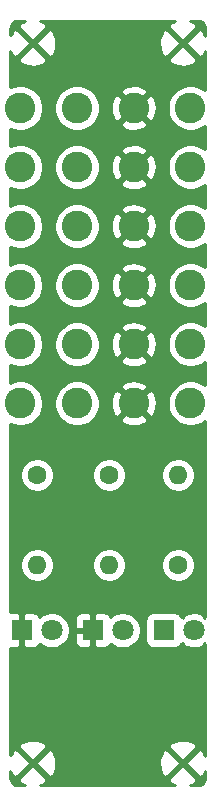
<source format=gbr>
G04 #@! TF.GenerationSoftware,KiCad,Pcbnew,(5.1.9)-1*
G04 #@! TF.CreationDate,2021-04-04T18:01:09+02:00*
G04 #@! TF.ProjectId,Power Modul Main,506f7765-7220-44d6-9f64-756c204d6169,rev?*
G04 #@! TF.SameCoordinates,Original*
G04 #@! TF.FileFunction,Copper,L1,Top*
G04 #@! TF.FilePolarity,Positive*
%FSLAX46Y46*%
G04 Gerber Fmt 4.6, Leading zero omitted, Abs format (unit mm)*
G04 Created by KiCad (PCBNEW (5.1.9)-1) date 2021-04-04 18:01:09*
%MOMM*%
%LPD*%
G01*
G04 APERTURE LIST*
G04 #@! TA.AperFunction,ComponentPad*
%ADD10C,2.600000*%
G04 #@! TD*
G04 #@! TA.AperFunction,ComponentPad*
%ADD11O,1.600000X1.600000*%
G04 #@! TD*
G04 #@! TA.AperFunction,ComponentPad*
%ADD12C,1.600000*%
G04 #@! TD*
G04 #@! TA.AperFunction,ComponentPad*
%ADD13C,1.800000*%
G04 #@! TD*
G04 #@! TA.AperFunction,ComponentPad*
%ADD14R,1.800000X1.800000*%
G04 #@! TD*
G04 #@! TA.AperFunction,Conductor*
%ADD15C,0.254000*%
G04 #@! TD*
G04 #@! TA.AperFunction,Conductor*
%ADD16C,0.100000*%
G04 #@! TD*
G04 APERTURE END LIST*
D10*
G04 #@! TO.P,J12,1*
G04 #@! TO.N,-12V*
X15900000Y-33040000D03*
X15900000Y-28040000D03*
G04 #@! TD*
G04 #@! TO.P,J11,1*
G04 #@! TO.N,GND*
X11100000Y-33040000D03*
X11100000Y-28040000D03*
G04 #@! TD*
G04 #@! TO.P,J10,1*
G04 #@! TO.N,+5V*
X6300000Y-33040000D03*
X6300000Y-28040000D03*
G04 #@! TD*
G04 #@! TO.P,J9,1*
G04 #@! TO.N,+12V*
X1500000Y-33040000D03*
X1500000Y-28040000D03*
G04 #@! TD*
D11*
G04 #@! TO.P,R3,2*
G04 #@! TO.N,-12V*
X14859000Y-39116000D03*
D12*
G04 #@! TO.P,R3,1*
G04 #@! TO.N,Net-(D3-Pad1)*
X14859000Y-46736000D03*
G04 #@! TD*
D11*
G04 #@! TO.P,R2,2*
G04 #@! TO.N,Net-(D2-Pad2)*
X9017000Y-46736000D03*
D12*
G04 #@! TO.P,R2,1*
G04 #@! TO.N,+5V*
X9017000Y-39116000D03*
G04 #@! TD*
D11*
G04 #@! TO.P,R1,2*
G04 #@! TO.N,Net-(D1-Pad2)*
X2921000Y-46736000D03*
D12*
G04 #@! TO.P,R1,1*
G04 #@! TO.N,+12V*
X2921000Y-39116000D03*
G04 #@! TD*
D10*
G04 #@! TO.P,J8,1*
G04 #@! TO.N,-12V*
X15900000Y-23040000D03*
X15900000Y-18040000D03*
G04 #@! TD*
G04 #@! TO.P,J7,1*
G04 #@! TO.N,GND*
X11100000Y-23040000D03*
X11100000Y-18040000D03*
G04 #@! TD*
G04 #@! TO.P,J6,1*
G04 #@! TO.N,+5V*
X6300000Y-23040000D03*
X6300000Y-18040000D03*
G04 #@! TD*
G04 #@! TO.P,J5,1*
G04 #@! TO.N,+12V*
X1500000Y-23040000D03*
X1500000Y-18040000D03*
G04 #@! TD*
G04 #@! TO.P,J4,1*
G04 #@! TO.N,-12V*
X15900000Y-8040000D03*
X15900000Y-13040000D03*
G04 #@! TD*
G04 #@! TO.P,J3,1*
G04 #@! TO.N,GND*
X11100000Y-8040000D03*
X11100000Y-13040000D03*
G04 #@! TD*
G04 #@! TO.P,J2,1*
G04 #@! TO.N,+5V*
X6300000Y-8040000D03*
X6300000Y-13040000D03*
G04 #@! TD*
G04 #@! TO.P,J1,1*
G04 #@! TO.N,+12V*
X1500000Y-8040000D03*
X1500000Y-13040000D03*
G04 #@! TD*
D13*
G04 #@! TO.P,D3,2*
G04 #@! TO.N,GND*
X16160000Y-52250000D03*
D14*
G04 #@! TO.P,D3,1*
G04 #@! TO.N,Net-(D3-Pad1)*
X13620000Y-52250000D03*
G04 #@! TD*
D13*
G04 #@! TO.P,D2,2*
G04 #@! TO.N,Net-(D2-Pad2)*
X10160000Y-52250000D03*
D14*
G04 #@! TO.P,D2,1*
G04 #@! TO.N,GND*
X7620000Y-52250000D03*
G04 #@! TD*
D13*
G04 #@! TO.P,D1,2*
G04 #@! TO.N,Net-(D1-Pad2)*
X4160000Y-52250000D03*
D14*
G04 #@! TO.P,D1,1*
G04 #@! TO.N,GND*
X1620000Y-52250000D03*
G04 #@! TD*
D15*
G04 #@! TO.N,GND*
X1731884Y-716432D02*
X1472724Y-854956D01*
X1334767Y-1155162D01*
X2540000Y-2360395D01*
X3745233Y-1155162D01*
X3607276Y-854956D01*
X3258033Y-679118D01*
X3188976Y-660000D01*
X14602763Y-660000D01*
X14431884Y-716432D01*
X14172724Y-854956D01*
X14034767Y-1155162D01*
X15240000Y-2360395D01*
X16445233Y-1155162D01*
X16307276Y-854956D01*
X15958033Y-679118D01*
X15888976Y-660000D01*
X16477721Y-660000D01*
X16627869Y-674722D01*
X16741246Y-708953D01*
X16845819Y-764555D01*
X16937596Y-839407D01*
X17013091Y-930664D01*
X17069419Y-1034844D01*
X17104440Y-1147976D01*
X17120001Y-1296031D01*
X17120001Y-1902766D01*
X17063568Y-1731884D01*
X16925044Y-1472724D01*
X16624838Y-1334767D01*
X15419605Y-2540000D01*
X16624838Y-3745233D01*
X16925044Y-3607276D01*
X17100882Y-3258033D01*
X17120001Y-3188973D01*
X17120001Y-6527973D01*
X16816566Y-6325225D01*
X16464419Y-6179361D01*
X16090581Y-6105000D01*
X15709419Y-6105000D01*
X15335581Y-6179361D01*
X14983434Y-6325225D01*
X14666509Y-6536987D01*
X14396987Y-6806509D01*
X14185225Y-7123434D01*
X14039361Y-7475581D01*
X13965000Y-7849419D01*
X13965000Y-8230581D01*
X14039361Y-8604419D01*
X14185225Y-8956566D01*
X14396987Y-9273491D01*
X14666509Y-9543013D01*
X14983434Y-9754775D01*
X15335581Y-9900639D01*
X15709419Y-9975000D01*
X16090581Y-9975000D01*
X16464419Y-9900639D01*
X16816566Y-9754775D01*
X17120001Y-9552027D01*
X17120001Y-11527973D01*
X16816566Y-11325225D01*
X16464419Y-11179361D01*
X16090581Y-11105000D01*
X15709419Y-11105000D01*
X15335581Y-11179361D01*
X14983434Y-11325225D01*
X14666509Y-11536987D01*
X14396987Y-11806509D01*
X14185225Y-12123434D01*
X14039361Y-12475581D01*
X13965000Y-12849419D01*
X13965000Y-13230581D01*
X14039361Y-13604419D01*
X14185225Y-13956566D01*
X14396987Y-14273491D01*
X14666509Y-14543013D01*
X14983434Y-14754775D01*
X15335581Y-14900639D01*
X15709419Y-14975000D01*
X16090581Y-14975000D01*
X16464419Y-14900639D01*
X16816566Y-14754775D01*
X17120001Y-14552027D01*
X17120001Y-16527973D01*
X16816566Y-16325225D01*
X16464419Y-16179361D01*
X16090581Y-16105000D01*
X15709419Y-16105000D01*
X15335581Y-16179361D01*
X14983434Y-16325225D01*
X14666509Y-16536987D01*
X14396987Y-16806509D01*
X14185225Y-17123434D01*
X14039361Y-17475581D01*
X13965000Y-17849419D01*
X13965000Y-18230581D01*
X14039361Y-18604419D01*
X14185225Y-18956566D01*
X14396987Y-19273491D01*
X14666509Y-19543013D01*
X14983434Y-19754775D01*
X15335581Y-19900639D01*
X15709419Y-19975000D01*
X16090581Y-19975000D01*
X16464419Y-19900639D01*
X16816566Y-19754775D01*
X17120001Y-19552027D01*
X17120001Y-21527973D01*
X16816566Y-21325225D01*
X16464419Y-21179361D01*
X16090581Y-21105000D01*
X15709419Y-21105000D01*
X15335581Y-21179361D01*
X14983434Y-21325225D01*
X14666509Y-21536987D01*
X14396987Y-21806509D01*
X14185225Y-22123434D01*
X14039361Y-22475581D01*
X13965000Y-22849419D01*
X13965000Y-23230581D01*
X14039361Y-23604419D01*
X14185225Y-23956566D01*
X14396987Y-24273491D01*
X14666509Y-24543013D01*
X14983434Y-24754775D01*
X15335581Y-24900639D01*
X15709419Y-24975000D01*
X16090581Y-24975000D01*
X16464419Y-24900639D01*
X16816566Y-24754775D01*
X17120001Y-24552027D01*
X17120001Y-26527973D01*
X16816566Y-26325225D01*
X16464419Y-26179361D01*
X16090581Y-26105000D01*
X15709419Y-26105000D01*
X15335581Y-26179361D01*
X14983434Y-26325225D01*
X14666509Y-26536987D01*
X14396987Y-26806509D01*
X14185225Y-27123434D01*
X14039361Y-27475581D01*
X13965000Y-27849419D01*
X13965000Y-28230581D01*
X14039361Y-28604419D01*
X14185225Y-28956566D01*
X14396987Y-29273491D01*
X14666509Y-29543013D01*
X14983434Y-29754775D01*
X15335581Y-29900639D01*
X15709419Y-29975000D01*
X16090581Y-29975000D01*
X16464419Y-29900639D01*
X16816566Y-29754775D01*
X17120001Y-29552027D01*
X17120001Y-31527973D01*
X16816566Y-31325225D01*
X16464419Y-31179361D01*
X16090581Y-31105000D01*
X15709419Y-31105000D01*
X15335581Y-31179361D01*
X14983434Y-31325225D01*
X14666509Y-31536987D01*
X14396987Y-31806509D01*
X14185225Y-32123434D01*
X14039361Y-32475581D01*
X13965000Y-32849419D01*
X13965000Y-33230581D01*
X14039361Y-33604419D01*
X14185225Y-33956566D01*
X14396987Y-34273491D01*
X14666509Y-34543013D01*
X14983434Y-34754775D01*
X15335581Y-34900639D01*
X15709419Y-34975000D01*
X16090581Y-34975000D01*
X16464419Y-34900639D01*
X16816566Y-34754775D01*
X17120000Y-34552027D01*
X17120000Y-51110392D01*
X17044474Y-51185918D01*
X16960792Y-50931739D01*
X16688225Y-50800842D01*
X16395358Y-50725635D01*
X16093447Y-50709009D01*
X15794093Y-50751603D01*
X15508801Y-50851778D01*
X15359208Y-50931739D01*
X15275526Y-51185918D01*
X15159578Y-51069970D01*
X15112813Y-51116735D01*
X15109502Y-51105820D01*
X15050537Y-50995506D01*
X14971185Y-50898815D01*
X14874494Y-50819463D01*
X14764180Y-50760498D01*
X14644482Y-50724188D01*
X14520000Y-50711928D01*
X12720000Y-50711928D01*
X12595518Y-50724188D01*
X12475820Y-50760498D01*
X12365506Y-50819463D01*
X12268815Y-50898815D01*
X12189463Y-50995506D01*
X12130498Y-51105820D01*
X12094188Y-51225518D01*
X12081928Y-51350000D01*
X12081928Y-53150000D01*
X12094188Y-53274482D01*
X12130498Y-53394180D01*
X12189463Y-53504494D01*
X12268815Y-53601185D01*
X12365506Y-53680537D01*
X12475820Y-53739502D01*
X12595518Y-53775812D01*
X12720000Y-53788072D01*
X14520000Y-53788072D01*
X14644482Y-53775812D01*
X14764180Y-53739502D01*
X14874494Y-53680537D01*
X14971185Y-53601185D01*
X15050537Y-53504494D01*
X15109502Y-53394180D01*
X15112813Y-53383265D01*
X15159578Y-53430030D01*
X15275526Y-53314082D01*
X15359208Y-53568261D01*
X15631775Y-53699158D01*
X15924642Y-53774365D01*
X16226553Y-53790991D01*
X16525907Y-53748397D01*
X16811199Y-53648222D01*
X16960792Y-53568261D01*
X17044474Y-53314082D01*
X17120000Y-53389608D01*
X17120000Y-62862763D01*
X17063568Y-62691884D01*
X16925044Y-62432724D01*
X16624838Y-62294767D01*
X15419605Y-63500000D01*
X16624838Y-64705233D01*
X16925044Y-64567276D01*
X17100882Y-64218033D01*
X17120000Y-64148976D01*
X17120000Y-64737721D01*
X17105278Y-64887869D01*
X17071047Y-65001246D01*
X17015446Y-65105817D01*
X16940594Y-65197595D01*
X16849335Y-65273091D01*
X16745160Y-65329419D01*
X16632024Y-65364440D01*
X16483979Y-65380000D01*
X15877237Y-65380000D01*
X16048116Y-65323568D01*
X16307276Y-65185044D01*
X16445233Y-64884838D01*
X15240000Y-63679605D01*
X14034767Y-64884838D01*
X14172724Y-65185044D01*
X14521967Y-65360882D01*
X14591024Y-65380000D01*
X3177237Y-65380000D01*
X3348116Y-65323568D01*
X3607276Y-65185044D01*
X3745233Y-64884838D01*
X2540000Y-63679605D01*
X1334767Y-64884838D01*
X1472724Y-65185044D01*
X1821967Y-65360882D01*
X1891024Y-65380000D01*
X1302279Y-65380000D01*
X1152131Y-65365278D01*
X1038754Y-65331047D01*
X934183Y-65275446D01*
X842405Y-65200594D01*
X766909Y-65109335D01*
X710581Y-65005160D01*
X675560Y-64892024D01*
X660000Y-64743979D01*
X660000Y-64137237D01*
X716432Y-64308116D01*
X854956Y-64567276D01*
X1155162Y-64705233D01*
X2360395Y-63500000D01*
X2719605Y-63500000D01*
X3924838Y-64705233D01*
X4225044Y-64567276D01*
X4400882Y-64218033D01*
X4505207Y-63841196D01*
X4526807Y-63548753D01*
X13245991Y-63548753D01*
X13293816Y-63936828D01*
X13416432Y-64308116D01*
X13554956Y-64567276D01*
X13855162Y-64705233D01*
X15060395Y-63500000D01*
X13855162Y-62294767D01*
X13554956Y-62432724D01*
X13379118Y-62781967D01*
X13274793Y-63158804D01*
X13245991Y-63548753D01*
X4526807Y-63548753D01*
X4534009Y-63451247D01*
X4486184Y-63063172D01*
X4363568Y-62691884D01*
X4225044Y-62432724D01*
X3924838Y-62294767D01*
X2719605Y-63500000D01*
X2360395Y-63500000D01*
X1155162Y-62294767D01*
X854956Y-62432724D01*
X679118Y-62781967D01*
X660000Y-62851024D01*
X660000Y-62115162D01*
X1334767Y-62115162D01*
X2540000Y-63320395D01*
X3745233Y-62115162D01*
X14034767Y-62115162D01*
X15240000Y-63320395D01*
X16445233Y-62115162D01*
X16307276Y-61814956D01*
X15958033Y-61639118D01*
X15581196Y-61534793D01*
X15191247Y-61505991D01*
X14803172Y-61553816D01*
X14431884Y-61676432D01*
X14172724Y-61814956D01*
X14034767Y-62115162D01*
X3745233Y-62115162D01*
X3607276Y-61814956D01*
X3258033Y-61639118D01*
X2881196Y-61534793D01*
X2491247Y-61505991D01*
X2103172Y-61553816D01*
X1731884Y-61676432D01*
X1472724Y-61814956D01*
X1334767Y-62115162D01*
X660000Y-62115162D01*
X660000Y-53782163D01*
X720000Y-53788072D01*
X1334250Y-53785000D01*
X1493000Y-53626250D01*
X1493000Y-52377000D01*
X1473000Y-52377000D01*
X1473000Y-52123000D01*
X1493000Y-52123000D01*
X1493000Y-50873750D01*
X1747000Y-50873750D01*
X1747000Y-52123000D01*
X1767000Y-52123000D01*
X1767000Y-52377000D01*
X1747000Y-52377000D01*
X1747000Y-53626250D01*
X1905750Y-53785000D01*
X2520000Y-53788072D01*
X2644482Y-53775812D01*
X2764180Y-53739502D01*
X2874494Y-53680537D01*
X2971185Y-53601185D01*
X3050537Y-53504494D01*
X3109502Y-53394180D01*
X3115056Y-53375873D01*
X3181495Y-53442312D01*
X3432905Y-53610299D01*
X3712257Y-53726011D01*
X4008816Y-53785000D01*
X4311184Y-53785000D01*
X4607743Y-53726011D01*
X4887095Y-53610299D01*
X5138505Y-53442312D01*
X5352312Y-53228505D01*
X5404767Y-53150000D01*
X6081928Y-53150000D01*
X6094188Y-53274482D01*
X6130498Y-53394180D01*
X6189463Y-53504494D01*
X6268815Y-53601185D01*
X6365506Y-53680537D01*
X6475820Y-53739502D01*
X6595518Y-53775812D01*
X6720000Y-53788072D01*
X7334250Y-53785000D01*
X7493000Y-53626250D01*
X7493000Y-52377000D01*
X6243750Y-52377000D01*
X6085000Y-52535750D01*
X6081928Y-53150000D01*
X5404767Y-53150000D01*
X5520299Y-52977095D01*
X5636011Y-52697743D01*
X5695000Y-52401184D01*
X5695000Y-52098816D01*
X5636011Y-51802257D01*
X5520299Y-51522905D01*
X5404768Y-51350000D01*
X6081928Y-51350000D01*
X6085000Y-51964250D01*
X6243750Y-52123000D01*
X7493000Y-52123000D01*
X7493000Y-50873750D01*
X7747000Y-50873750D01*
X7747000Y-52123000D01*
X7767000Y-52123000D01*
X7767000Y-52377000D01*
X7747000Y-52377000D01*
X7747000Y-53626250D01*
X7905750Y-53785000D01*
X8520000Y-53788072D01*
X8644482Y-53775812D01*
X8764180Y-53739502D01*
X8874494Y-53680537D01*
X8971185Y-53601185D01*
X9050537Y-53504494D01*
X9109502Y-53394180D01*
X9115056Y-53375873D01*
X9181495Y-53442312D01*
X9432905Y-53610299D01*
X9712257Y-53726011D01*
X10008816Y-53785000D01*
X10311184Y-53785000D01*
X10607743Y-53726011D01*
X10887095Y-53610299D01*
X11138505Y-53442312D01*
X11352312Y-53228505D01*
X11520299Y-52977095D01*
X11636011Y-52697743D01*
X11695000Y-52401184D01*
X11695000Y-52098816D01*
X11636011Y-51802257D01*
X11520299Y-51522905D01*
X11352312Y-51271495D01*
X11138505Y-51057688D01*
X10887095Y-50889701D01*
X10607743Y-50773989D01*
X10311184Y-50715000D01*
X10008816Y-50715000D01*
X9712257Y-50773989D01*
X9432905Y-50889701D01*
X9181495Y-51057688D01*
X9115056Y-51124127D01*
X9109502Y-51105820D01*
X9050537Y-50995506D01*
X8971185Y-50898815D01*
X8874494Y-50819463D01*
X8764180Y-50760498D01*
X8644482Y-50724188D01*
X8520000Y-50711928D01*
X7905750Y-50715000D01*
X7747000Y-50873750D01*
X7493000Y-50873750D01*
X7334250Y-50715000D01*
X6720000Y-50711928D01*
X6595518Y-50724188D01*
X6475820Y-50760498D01*
X6365506Y-50819463D01*
X6268815Y-50898815D01*
X6189463Y-50995506D01*
X6130498Y-51105820D01*
X6094188Y-51225518D01*
X6081928Y-51350000D01*
X5404768Y-51350000D01*
X5352312Y-51271495D01*
X5138505Y-51057688D01*
X4887095Y-50889701D01*
X4607743Y-50773989D01*
X4311184Y-50715000D01*
X4008816Y-50715000D01*
X3712257Y-50773989D01*
X3432905Y-50889701D01*
X3181495Y-51057688D01*
X3115056Y-51124127D01*
X3109502Y-51105820D01*
X3050537Y-50995506D01*
X2971185Y-50898815D01*
X2874494Y-50819463D01*
X2764180Y-50760498D01*
X2644482Y-50724188D01*
X2520000Y-50711928D01*
X1905750Y-50715000D01*
X1747000Y-50873750D01*
X1493000Y-50873750D01*
X1334250Y-50715000D01*
X720000Y-50711928D01*
X660000Y-50717837D01*
X660000Y-46594665D01*
X1486000Y-46594665D01*
X1486000Y-46877335D01*
X1541147Y-47154574D01*
X1649320Y-47415727D01*
X1806363Y-47650759D01*
X2006241Y-47850637D01*
X2241273Y-48007680D01*
X2502426Y-48115853D01*
X2779665Y-48171000D01*
X3062335Y-48171000D01*
X3339574Y-48115853D01*
X3600727Y-48007680D01*
X3835759Y-47850637D01*
X4035637Y-47650759D01*
X4192680Y-47415727D01*
X4300853Y-47154574D01*
X4356000Y-46877335D01*
X4356000Y-46594665D01*
X7582000Y-46594665D01*
X7582000Y-46877335D01*
X7637147Y-47154574D01*
X7745320Y-47415727D01*
X7902363Y-47650759D01*
X8102241Y-47850637D01*
X8337273Y-48007680D01*
X8598426Y-48115853D01*
X8875665Y-48171000D01*
X9158335Y-48171000D01*
X9435574Y-48115853D01*
X9696727Y-48007680D01*
X9931759Y-47850637D01*
X10131637Y-47650759D01*
X10288680Y-47415727D01*
X10396853Y-47154574D01*
X10452000Y-46877335D01*
X10452000Y-46594665D01*
X13424000Y-46594665D01*
X13424000Y-46877335D01*
X13479147Y-47154574D01*
X13587320Y-47415727D01*
X13744363Y-47650759D01*
X13944241Y-47850637D01*
X14179273Y-48007680D01*
X14440426Y-48115853D01*
X14717665Y-48171000D01*
X15000335Y-48171000D01*
X15277574Y-48115853D01*
X15538727Y-48007680D01*
X15773759Y-47850637D01*
X15973637Y-47650759D01*
X16130680Y-47415727D01*
X16238853Y-47154574D01*
X16294000Y-46877335D01*
X16294000Y-46594665D01*
X16238853Y-46317426D01*
X16130680Y-46056273D01*
X15973637Y-45821241D01*
X15773759Y-45621363D01*
X15538727Y-45464320D01*
X15277574Y-45356147D01*
X15000335Y-45301000D01*
X14717665Y-45301000D01*
X14440426Y-45356147D01*
X14179273Y-45464320D01*
X13944241Y-45621363D01*
X13744363Y-45821241D01*
X13587320Y-46056273D01*
X13479147Y-46317426D01*
X13424000Y-46594665D01*
X10452000Y-46594665D01*
X10396853Y-46317426D01*
X10288680Y-46056273D01*
X10131637Y-45821241D01*
X9931759Y-45621363D01*
X9696727Y-45464320D01*
X9435574Y-45356147D01*
X9158335Y-45301000D01*
X8875665Y-45301000D01*
X8598426Y-45356147D01*
X8337273Y-45464320D01*
X8102241Y-45621363D01*
X7902363Y-45821241D01*
X7745320Y-46056273D01*
X7637147Y-46317426D01*
X7582000Y-46594665D01*
X4356000Y-46594665D01*
X4300853Y-46317426D01*
X4192680Y-46056273D01*
X4035637Y-45821241D01*
X3835759Y-45621363D01*
X3600727Y-45464320D01*
X3339574Y-45356147D01*
X3062335Y-45301000D01*
X2779665Y-45301000D01*
X2502426Y-45356147D01*
X2241273Y-45464320D01*
X2006241Y-45621363D01*
X1806363Y-45821241D01*
X1649320Y-46056273D01*
X1541147Y-46317426D01*
X1486000Y-46594665D01*
X660000Y-46594665D01*
X660000Y-38974665D01*
X1486000Y-38974665D01*
X1486000Y-39257335D01*
X1541147Y-39534574D01*
X1649320Y-39795727D01*
X1806363Y-40030759D01*
X2006241Y-40230637D01*
X2241273Y-40387680D01*
X2502426Y-40495853D01*
X2779665Y-40551000D01*
X3062335Y-40551000D01*
X3339574Y-40495853D01*
X3600727Y-40387680D01*
X3835759Y-40230637D01*
X4035637Y-40030759D01*
X4192680Y-39795727D01*
X4300853Y-39534574D01*
X4356000Y-39257335D01*
X4356000Y-38974665D01*
X7582000Y-38974665D01*
X7582000Y-39257335D01*
X7637147Y-39534574D01*
X7745320Y-39795727D01*
X7902363Y-40030759D01*
X8102241Y-40230637D01*
X8337273Y-40387680D01*
X8598426Y-40495853D01*
X8875665Y-40551000D01*
X9158335Y-40551000D01*
X9435574Y-40495853D01*
X9696727Y-40387680D01*
X9931759Y-40230637D01*
X10131637Y-40030759D01*
X10288680Y-39795727D01*
X10396853Y-39534574D01*
X10452000Y-39257335D01*
X10452000Y-38974665D01*
X13424000Y-38974665D01*
X13424000Y-39257335D01*
X13479147Y-39534574D01*
X13587320Y-39795727D01*
X13744363Y-40030759D01*
X13944241Y-40230637D01*
X14179273Y-40387680D01*
X14440426Y-40495853D01*
X14717665Y-40551000D01*
X15000335Y-40551000D01*
X15277574Y-40495853D01*
X15538727Y-40387680D01*
X15773759Y-40230637D01*
X15973637Y-40030759D01*
X16130680Y-39795727D01*
X16238853Y-39534574D01*
X16294000Y-39257335D01*
X16294000Y-38974665D01*
X16238853Y-38697426D01*
X16130680Y-38436273D01*
X15973637Y-38201241D01*
X15773759Y-38001363D01*
X15538727Y-37844320D01*
X15277574Y-37736147D01*
X15000335Y-37681000D01*
X14717665Y-37681000D01*
X14440426Y-37736147D01*
X14179273Y-37844320D01*
X13944241Y-38001363D01*
X13744363Y-38201241D01*
X13587320Y-38436273D01*
X13479147Y-38697426D01*
X13424000Y-38974665D01*
X10452000Y-38974665D01*
X10396853Y-38697426D01*
X10288680Y-38436273D01*
X10131637Y-38201241D01*
X9931759Y-38001363D01*
X9696727Y-37844320D01*
X9435574Y-37736147D01*
X9158335Y-37681000D01*
X8875665Y-37681000D01*
X8598426Y-37736147D01*
X8337273Y-37844320D01*
X8102241Y-38001363D01*
X7902363Y-38201241D01*
X7745320Y-38436273D01*
X7637147Y-38697426D01*
X7582000Y-38974665D01*
X4356000Y-38974665D01*
X4300853Y-38697426D01*
X4192680Y-38436273D01*
X4035637Y-38201241D01*
X3835759Y-38001363D01*
X3600727Y-37844320D01*
X3339574Y-37736147D01*
X3062335Y-37681000D01*
X2779665Y-37681000D01*
X2502426Y-37736147D01*
X2241273Y-37844320D01*
X2006241Y-38001363D01*
X1806363Y-38201241D01*
X1649320Y-38436273D01*
X1541147Y-38697426D01*
X1486000Y-38974665D01*
X660000Y-38974665D01*
X660000Y-34786490D01*
X935581Y-34900639D01*
X1309419Y-34975000D01*
X1690581Y-34975000D01*
X2064419Y-34900639D01*
X2416566Y-34754775D01*
X2733491Y-34543013D01*
X3003013Y-34273491D01*
X3214775Y-33956566D01*
X3360639Y-33604419D01*
X3435000Y-33230581D01*
X3435000Y-32849419D01*
X4365000Y-32849419D01*
X4365000Y-33230581D01*
X4439361Y-33604419D01*
X4585225Y-33956566D01*
X4796987Y-34273491D01*
X5066509Y-34543013D01*
X5383434Y-34754775D01*
X5735581Y-34900639D01*
X6109419Y-34975000D01*
X6490581Y-34975000D01*
X6864419Y-34900639D01*
X7216566Y-34754775D01*
X7533491Y-34543013D01*
X7687280Y-34389224D01*
X9930381Y-34389224D01*
X10062317Y-34684312D01*
X10403045Y-34855159D01*
X10770557Y-34956250D01*
X11150729Y-34983701D01*
X11528951Y-34936457D01*
X11890690Y-34816333D01*
X12137683Y-34684312D01*
X12269619Y-34389224D01*
X11100000Y-33219605D01*
X9930381Y-34389224D01*
X7687280Y-34389224D01*
X7803013Y-34273491D01*
X8014775Y-33956566D01*
X8160639Y-33604419D01*
X8235000Y-33230581D01*
X8235000Y-33090729D01*
X9156299Y-33090729D01*
X9203543Y-33468951D01*
X9323667Y-33830690D01*
X9455688Y-34077683D01*
X9750776Y-34209619D01*
X10920395Y-33040000D01*
X11279605Y-33040000D01*
X12449224Y-34209619D01*
X12744312Y-34077683D01*
X12915159Y-33736955D01*
X13016250Y-33369443D01*
X13043701Y-32989271D01*
X12996457Y-32611049D01*
X12876333Y-32249310D01*
X12744312Y-32002317D01*
X12449224Y-31870381D01*
X11279605Y-33040000D01*
X10920395Y-33040000D01*
X9750776Y-31870381D01*
X9455688Y-32002317D01*
X9284841Y-32343045D01*
X9183750Y-32710557D01*
X9156299Y-33090729D01*
X8235000Y-33090729D01*
X8235000Y-32849419D01*
X8160639Y-32475581D01*
X8014775Y-32123434D01*
X7803013Y-31806509D01*
X7687280Y-31690776D01*
X9930381Y-31690776D01*
X11100000Y-32860395D01*
X12269619Y-31690776D01*
X12137683Y-31395688D01*
X11796955Y-31224841D01*
X11429443Y-31123750D01*
X11049271Y-31096299D01*
X10671049Y-31143543D01*
X10309310Y-31263667D01*
X10062317Y-31395688D01*
X9930381Y-31690776D01*
X7687280Y-31690776D01*
X7533491Y-31536987D01*
X7216566Y-31325225D01*
X6864419Y-31179361D01*
X6490581Y-31105000D01*
X6109419Y-31105000D01*
X5735581Y-31179361D01*
X5383434Y-31325225D01*
X5066509Y-31536987D01*
X4796987Y-31806509D01*
X4585225Y-32123434D01*
X4439361Y-32475581D01*
X4365000Y-32849419D01*
X3435000Y-32849419D01*
X3360639Y-32475581D01*
X3214775Y-32123434D01*
X3003013Y-31806509D01*
X2733491Y-31536987D01*
X2416566Y-31325225D01*
X2064419Y-31179361D01*
X1690581Y-31105000D01*
X1309419Y-31105000D01*
X935581Y-31179361D01*
X660000Y-31293510D01*
X660000Y-29786490D01*
X935581Y-29900639D01*
X1309419Y-29975000D01*
X1690581Y-29975000D01*
X2064419Y-29900639D01*
X2416566Y-29754775D01*
X2733491Y-29543013D01*
X3003013Y-29273491D01*
X3214775Y-28956566D01*
X3360639Y-28604419D01*
X3435000Y-28230581D01*
X3435000Y-27849419D01*
X4365000Y-27849419D01*
X4365000Y-28230581D01*
X4439361Y-28604419D01*
X4585225Y-28956566D01*
X4796987Y-29273491D01*
X5066509Y-29543013D01*
X5383434Y-29754775D01*
X5735581Y-29900639D01*
X6109419Y-29975000D01*
X6490581Y-29975000D01*
X6864419Y-29900639D01*
X7216566Y-29754775D01*
X7533491Y-29543013D01*
X7687280Y-29389224D01*
X9930381Y-29389224D01*
X10062317Y-29684312D01*
X10403045Y-29855159D01*
X10770557Y-29956250D01*
X11150729Y-29983701D01*
X11528951Y-29936457D01*
X11890690Y-29816333D01*
X12137683Y-29684312D01*
X12269619Y-29389224D01*
X11100000Y-28219605D01*
X9930381Y-29389224D01*
X7687280Y-29389224D01*
X7803013Y-29273491D01*
X8014775Y-28956566D01*
X8160639Y-28604419D01*
X8235000Y-28230581D01*
X8235000Y-28090729D01*
X9156299Y-28090729D01*
X9203543Y-28468951D01*
X9323667Y-28830690D01*
X9455688Y-29077683D01*
X9750776Y-29209619D01*
X10920395Y-28040000D01*
X11279605Y-28040000D01*
X12449224Y-29209619D01*
X12744312Y-29077683D01*
X12915159Y-28736955D01*
X13016250Y-28369443D01*
X13043701Y-27989271D01*
X12996457Y-27611049D01*
X12876333Y-27249310D01*
X12744312Y-27002317D01*
X12449224Y-26870381D01*
X11279605Y-28040000D01*
X10920395Y-28040000D01*
X9750776Y-26870381D01*
X9455688Y-27002317D01*
X9284841Y-27343045D01*
X9183750Y-27710557D01*
X9156299Y-28090729D01*
X8235000Y-28090729D01*
X8235000Y-27849419D01*
X8160639Y-27475581D01*
X8014775Y-27123434D01*
X7803013Y-26806509D01*
X7687280Y-26690776D01*
X9930381Y-26690776D01*
X11100000Y-27860395D01*
X12269619Y-26690776D01*
X12137683Y-26395688D01*
X11796955Y-26224841D01*
X11429443Y-26123750D01*
X11049271Y-26096299D01*
X10671049Y-26143543D01*
X10309310Y-26263667D01*
X10062317Y-26395688D01*
X9930381Y-26690776D01*
X7687280Y-26690776D01*
X7533491Y-26536987D01*
X7216566Y-26325225D01*
X6864419Y-26179361D01*
X6490581Y-26105000D01*
X6109419Y-26105000D01*
X5735581Y-26179361D01*
X5383434Y-26325225D01*
X5066509Y-26536987D01*
X4796987Y-26806509D01*
X4585225Y-27123434D01*
X4439361Y-27475581D01*
X4365000Y-27849419D01*
X3435000Y-27849419D01*
X3360639Y-27475581D01*
X3214775Y-27123434D01*
X3003013Y-26806509D01*
X2733491Y-26536987D01*
X2416566Y-26325225D01*
X2064419Y-26179361D01*
X1690581Y-26105000D01*
X1309419Y-26105000D01*
X935581Y-26179361D01*
X660000Y-26293510D01*
X660000Y-24786490D01*
X935581Y-24900639D01*
X1309419Y-24975000D01*
X1690581Y-24975000D01*
X2064419Y-24900639D01*
X2416566Y-24754775D01*
X2733491Y-24543013D01*
X3003013Y-24273491D01*
X3214775Y-23956566D01*
X3360639Y-23604419D01*
X3435000Y-23230581D01*
X3435000Y-22849419D01*
X4365000Y-22849419D01*
X4365000Y-23230581D01*
X4439361Y-23604419D01*
X4585225Y-23956566D01*
X4796987Y-24273491D01*
X5066509Y-24543013D01*
X5383434Y-24754775D01*
X5735581Y-24900639D01*
X6109419Y-24975000D01*
X6490581Y-24975000D01*
X6864419Y-24900639D01*
X7216566Y-24754775D01*
X7533491Y-24543013D01*
X7687280Y-24389224D01*
X9930381Y-24389224D01*
X10062317Y-24684312D01*
X10403045Y-24855159D01*
X10770557Y-24956250D01*
X11150729Y-24983701D01*
X11528951Y-24936457D01*
X11890690Y-24816333D01*
X12137683Y-24684312D01*
X12269619Y-24389224D01*
X11100000Y-23219605D01*
X9930381Y-24389224D01*
X7687280Y-24389224D01*
X7803013Y-24273491D01*
X8014775Y-23956566D01*
X8160639Y-23604419D01*
X8235000Y-23230581D01*
X8235000Y-23090729D01*
X9156299Y-23090729D01*
X9203543Y-23468951D01*
X9323667Y-23830690D01*
X9455688Y-24077683D01*
X9750776Y-24209619D01*
X10920395Y-23040000D01*
X11279605Y-23040000D01*
X12449224Y-24209619D01*
X12744312Y-24077683D01*
X12915159Y-23736955D01*
X13016250Y-23369443D01*
X13043701Y-22989271D01*
X12996457Y-22611049D01*
X12876333Y-22249310D01*
X12744312Y-22002317D01*
X12449224Y-21870381D01*
X11279605Y-23040000D01*
X10920395Y-23040000D01*
X9750776Y-21870381D01*
X9455688Y-22002317D01*
X9284841Y-22343045D01*
X9183750Y-22710557D01*
X9156299Y-23090729D01*
X8235000Y-23090729D01*
X8235000Y-22849419D01*
X8160639Y-22475581D01*
X8014775Y-22123434D01*
X7803013Y-21806509D01*
X7687280Y-21690776D01*
X9930381Y-21690776D01*
X11100000Y-22860395D01*
X12269619Y-21690776D01*
X12137683Y-21395688D01*
X11796955Y-21224841D01*
X11429443Y-21123750D01*
X11049271Y-21096299D01*
X10671049Y-21143543D01*
X10309310Y-21263667D01*
X10062317Y-21395688D01*
X9930381Y-21690776D01*
X7687280Y-21690776D01*
X7533491Y-21536987D01*
X7216566Y-21325225D01*
X6864419Y-21179361D01*
X6490581Y-21105000D01*
X6109419Y-21105000D01*
X5735581Y-21179361D01*
X5383434Y-21325225D01*
X5066509Y-21536987D01*
X4796987Y-21806509D01*
X4585225Y-22123434D01*
X4439361Y-22475581D01*
X4365000Y-22849419D01*
X3435000Y-22849419D01*
X3360639Y-22475581D01*
X3214775Y-22123434D01*
X3003013Y-21806509D01*
X2733491Y-21536987D01*
X2416566Y-21325225D01*
X2064419Y-21179361D01*
X1690581Y-21105000D01*
X1309419Y-21105000D01*
X935581Y-21179361D01*
X660000Y-21293510D01*
X660000Y-19786490D01*
X935581Y-19900639D01*
X1309419Y-19975000D01*
X1690581Y-19975000D01*
X2064419Y-19900639D01*
X2416566Y-19754775D01*
X2733491Y-19543013D01*
X3003013Y-19273491D01*
X3214775Y-18956566D01*
X3360639Y-18604419D01*
X3435000Y-18230581D01*
X3435000Y-17849419D01*
X4365000Y-17849419D01*
X4365000Y-18230581D01*
X4439361Y-18604419D01*
X4585225Y-18956566D01*
X4796987Y-19273491D01*
X5066509Y-19543013D01*
X5383434Y-19754775D01*
X5735581Y-19900639D01*
X6109419Y-19975000D01*
X6490581Y-19975000D01*
X6864419Y-19900639D01*
X7216566Y-19754775D01*
X7533491Y-19543013D01*
X7687280Y-19389224D01*
X9930381Y-19389224D01*
X10062317Y-19684312D01*
X10403045Y-19855159D01*
X10770557Y-19956250D01*
X11150729Y-19983701D01*
X11528951Y-19936457D01*
X11890690Y-19816333D01*
X12137683Y-19684312D01*
X12269619Y-19389224D01*
X11100000Y-18219605D01*
X9930381Y-19389224D01*
X7687280Y-19389224D01*
X7803013Y-19273491D01*
X8014775Y-18956566D01*
X8160639Y-18604419D01*
X8235000Y-18230581D01*
X8235000Y-18090729D01*
X9156299Y-18090729D01*
X9203543Y-18468951D01*
X9323667Y-18830690D01*
X9455688Y-19077683D01*
X9750776Y-19209619D01*
X10920395Y-18040000D01*
X11279605Y-18040000D01*
X12449224Y-19209619D01*
X12744312Y-19077683D01*
X12915159Y-18736955D01*
X13016250Y-18369443D01*
X13043701Y-17989271D01*
X12996457Y-17611049D01*
X12876333Y-17249310D01*
X12744312Y-17002317D01*
X12449224Y-16870381D01*
X11279605Y-18040000D01*
X10920395Y-18040000D01*
X9750776Y-16870381D01*
X9455688Y-17002317D01*
X9284841Y-17343045D01*
X9183750Y-17710557D01*
X9156299Y-18090729D01*
X8235000Y-18090729D01*
X8235000Y-17849419D01*
X8160639Y-17475581D01*
X8014775Y-17123434D01*
X7803013Y-16806509D01*
X7687280Y-16690776D01*
X9930381Y-16690776D01*
X11100000Y-17860395D01*
X12269619Y-16690776D01*
X12137683Y-16395688D01*
X11796955Y-16224841D01*
X11429443Y-16123750D01*
X11049271Y-16096299D01*
X10671049Y-16143543D01*
X10309310Y-16263667D01*
X10062317Y-16395688D01*
X9930381Y-16690776D01*
X7687280Y-16690776D01*
X7533491Y-16536987D01*
X7216566Y-16325225D01*
X6864419Y-16179361D01*
X6490581Y-16105000D01*
X6109419Y-16105000D01*
X5735581Y-16179361D01*
X5383434Y-16325225D01*
X5066509Y-16536987D01*
X4796987Y-16806509D01*
X4585225Y-17123434D01*
X4439361Y-17475581D01*
X4365000Y-17849419D01*
X3435000Y-17849419D01*
X3360639Y-17475581D01*
X3214775Y-17123434D01*
X3003013Y-16806509D01*
X2733491Y-16536987D01*
X2416566Y-16325225D01*
X2064419Y-16179361D01*
X1690581Y-16105000D01*
X1309419Y-16105000D01*
X935581Y-16179361D01*
X660000Y-16293510D01*
X660000Y-14786490D01*
X935581Y-14900639D01*
X1309419Y-14975000D01*
X1690581Y-14975000D01*
X2064419Y-14900639D01*
X2416566Y-14754775D01*
X2733491Y-14543013D01*
X3003013Y-14273491D01*
X3214775Y-13956566D01*
X3360639Y-13604419D01*
X3435000Y-13230581D01*
X3435000Y-12849419D01*
X4365000Y-12849419D01*
X4365000Y-13230581D01*
X4439361Y-13604419D01*
X4585225Y-13956566D01*
X4796987Y-14273491D01*
X5066509Y-14543013D01*
X5383434Y-14754775D01*
X5735581Y-14900639D01*
X6109419Y-14975000D01*
X6490581Y-14975000D01*
X6864419Y-14900639D01*
X7216566Y-14754775D01*
X7533491Y-14543013D01*
X7687280Y-14389224D01*
X9930381Y-14389224D01*
X10062317Y-14684312D01*
X10403045Y-14855159D01*
X10770557Y-14956250D01*
X11150729Y-14983701D01*
X11528951Y-14936457D01*
X11890690Y-14816333D01*
X12137683Y-14684312D01*
X12269619Y-14389224D01*
X11100000Y-13219605D01*
X9930381Y-14389224D01*
X7687280Y-14389224D01*
X7803013Y-14273491D01*
X8014775Y-13956566D01*
X8160639Y-13604419D01*
X8235000Y-13230581D01*
X8235000Y-13090729D01*
X9156299Y-13090729D01*
X9203543Y-13468951D01*
X9323667Y-13830690D01*
X9455688Y-14077683D01*
X9750776Y-14209619D01*
X10920395Y-13040000D01*
X11279605Y-13040000D01*
X12449224Y-14209619D01*
X12744312Y-14077683D01*
X12915159Y-13736955D01*
X13016250Y-13369443D01*
X13043701Y-12989271D01*
X12996457Y-12611049D01*
X12876333Y-12249310D01*
X12744312Y-12002317D01*
X12449224Y-11870381D01*
X11279605Y-13040000D01*
X10920395Y-13040000D01*
X9750776Y-11870381D01*
X9455688Y-12002317D01*
X9284841Y-12343045D01*
X9183750Y-12710557D01*
X9156299Y-13090729D01*
X8235000Y-13090729D01*
X8235000Y-12849419D01*
X8160639Y-12475581D01*
X8014775Y-12123434D01*
X7803013Y-11806509D01*
X7687280Y-11690776D01*
X9930381Y-11690776D01*
X11100000Y-12860395D01*
X12269619Y-11690776D01*
X12137683Y-11395688D01*
X11796955Y-11224841D01*
X11429443Y-11123750D01*
X11049271Y-11096299D01*
X10671049Y-11143543D01*
X10309310Y-11263667D01*
X10062317Y-11395688D01*
X9930381Y-11690776D01*
X7687280Y-11690776D01*
X7533491Y-11536987D01*
X7216566Y-11325225D01*
X6864419Y-11179361D01*
X6490581Y-11105000D01*
X6109419Y-11105000D01*
X5735581Y-11179361D01*
X5383434Y-11325225D01*
X5066509Y-11536987D01*
X4796987Y-11806509D01*
X4585225Y-12123434D01*
X4439361Y-12475581D01*
X4365000Y-12849419D01*
X3435000Y-12849419D01*
X3360639Y-12475581D01*
X3214775Y-12123434D01*
X3003013Y-11806509D01*
X2733491Y-11536987D01*
X2416566Y-11325225D01*
X2064419Y-11179361D01*
X1690581Y-11105000D01*
X1309419Y-11105000D01*
X935581Y-11179361D01*
X660000Y-11293510D01*
X660000Y-9786490D01*
X935581Y-9900639D01*
X1309419Y-9975000D01*
X1690581Y-9975000D01*
X2064419Y-9900639D01*
X2416566Y-9754775D01*
X2733491Y-9543013D01*
X3003013Y-9273491D01*
X3214775Y-8956566D01*
X3360639Y-8604419D01*
X3435000Y-8230581D01*
X3435000Y-7849419D01*
X4365000Y-7849419D01*
X4365000Y-8230581D01*
X4439361Y-8604419D01*
X4585225Y-8956566D01*
X4796987Y-9273491D01*
X5066509Y-9543013D01*
X5383434Y-9754775D01*
X5735581Y-9900639D01*
X6109419Y-9975000D01*
X6490581Y-9975000D01*
X6864419Y-9900639D01*
X7216566Y-9754775D01*
X7533491Y-9543013D01*
X7687280Y-9389224D01*
X9930381Y-9389224D01*
X10062317Y-9684312D01*
X10403045Y-9855159D01*
X10770557Y-9956250D01*
X11150729Y-9983701D01*
X11528951Y-9936457D01*
X11890690Y-9816333D01*
X12137683Y-9684312D01*
X12269619Y-9389224D01*
X11100000Y-8219605D01*
X9930381Y-9389224D01*
X7687280Y-9389224D01*
X7803013Y-9273491D01*
X8014775Y-8956566D01*
X8160639Y-8604419D01*
X8235000Y-8230581D01*
X8235000Y-8090729D01*
X9156299Y-8090729D01*
X9203543Y-8468951D01*
X9323667Y-8830690D01*
X9455688Y-9077683D01*
X9750776Y-9209619D01*
X10920395Y-8040000D01*
X11279605Y-8040000D01*
X12449224Y-9209619D01*
X12744312Y-9077683D01*
X12915159Y-8736955D01*
X13016250Y-8369443D01*
X13043701Y-7989271D01*
X12996457Y-7611049D01*
X12876333Y-7249310D01*
X12744312Y-7002317D01*
X12449224Y-6870381D01*
X11279605Y-8040000D01*
X10920395Y-8040000D01*
X9750776Y-6870381D01*
X9455688Y-7002317D01*
X9284841Y-7343045D01*
X9183750Y-7710557D01*
X9156299Y-8090729D01*
X8235000Y-8090729D01*
X8235000Y-7849419D01*
X8160639Y-7475581D01*
X8014775Y-7123434D01*
X7803013Y-6806509D01*
X7687280Y-6690776D01*
X9930381Y-6690776D01*
X11100000Y-7860395D01*
X12269619Y-6690776D01*
X12137683Y-6395688D01*
X11796955Y-6224841D01*
X11429443Y-6123750D01*
X11049271Y-6096299D01*
X10671049Y-6143543D01*
X10309310Y-6263667D01*
X10062317Y-6395688D01*
X9930381Y-6690776D01*
X7687280Y-6690776D01*
X7533491Y-6536987D01*
X7216566Y-6325225D01*
X6864419Y-6179361D01*
X6490581Y-6105000D01*
X6109419Y-6105000D01*
X5735581Y-6179361D01*
X5383434Y-6325225D01*
X5066509Y-6536987D01*
X4796987Y-6806509D01*
X4585225Y-7123434D01*
X4439361Y-7475581D01*
X4365000Y-7849419D01*
X3435000Y-7849419D01*
X3360639Y-7475581D01*
X3214775Y-7123434D01*
X3003013Y-6806509D01*
X2733491Y-6536987D01*
X2416566Y-6325225D01*
X2064419Y-6179361D01*
X1690581Y-6105000D01*
X1309419Y-6105000D01*
X935581Y-6179361D01*
X660000Y-6293510D01*
X660000Y-3924838D01*
X1334767Y-3924838D01*
X1472724Y-4225044D01*
X1821967Y-4400882D01*
X2198804Y-4505207D01*
X2588753Y-4534009D01*
X2976828Y-4486184D01*
X3348116Y-4363568D01*
X3607276Y-4225044D01*
X3745233Y-3924838D01*
X14034767Y-3924838D01*
X14172724Y-4225044D01*
X14521967Y-4400882D01*
X14898804Y-4505207D01*
X15288753Y-4534009D01*
X15676828Y-4486184D01*
X16048116Y-4363568D01*
X16307276Y-4225044D01*
X16445233Y-3924838D01*
X15240000Y-2719605D01*
X14034767Y-3924838D01*
X3745233Y-3924838D01*
X2540000Y-2719605D01*
X1334767Y-3924838D01*
X660000Y-3924838D01*
X660000Y-3177237D01*
X716432Y-3348116D01*
X854956Y-3607276D01*
X1155162Y-3745233D01*
X2360395Y-2540000D01*
X2719605Y-2540000D01*
X3924838Y-3745233D01*
X4225044Y-3607276D01*
X4400882Y-3258033D01*
X4505207Y-2881196D01*
X4526807Y-2588753D01*
X13245991Y-2588753D01*
X13293816Y-2976828D01*
X13416432Y-3348116D01*
X13554956Y-3607276D01*
X13855162Y-3745233D01*
X15060395Y-2540000D01*
X13855162Y-1334767D01*
X13554956Y-1472724D01*
X13379118Y-1821967D01*
X13274793Y-2198804D01*
X13245991Y-2588753D01*
X4526807Y-2588753D01*
X4534009Y-2491247D01*
X4486184Y-2103172D01*
X4363568Y-1731884D01*
X4225044Y-1472724D01*
X3924838Y-1334767D01*
X2719605Y-2540000D01*
X2360395Y-2540000D01*
X1155162Y-1334767D01*
X854956Y-1472724D01*
X679118Y-1821967D01*
X660000Y-1891024D01*
X660000Y-1302279D01*
X674722Y-1152131D01*
X708953Y-1038754D01*
X764555Y-934181D01*
X839407Y-842404D01*
X930664Y-766909D01*
X1034844Y-710581D01*
X1147976Y-675560D01*
X1296022Y-660000D01*
X1902763Y-660000D01*
X1731884Y-716432D01*
G04 #@! TA.AperFunction,Conductor*
D16*
G36*
X1731884Y-716432D02*
G01*
X1472724Y-854956D01*
X1334767Y-1155162D01*
X2540000Y-2360395D01*
X3745233Y-1155162D01*
X3607276Y-854956D01*
X3258033Y-679118D01*
X3188976Y-660000D01*
X14602763Y-660000D01*
X14431884Y-716432D01*
X14172724Y-854956D01*
X14034767Y-1155162D01*
X15240000Y-2360395D01*
X16445233Y-1155162D01*
X16307276Y-854956D01*
X15958033Y-679118D01*
X15888976Y-660000D01*
X16477721Y-660000D01*
X16627869Y-674722D01*
X16741246Y-708953D01*
X16845819Y-764555D01*
X16937596Y-839407D01*
X17013091Y-930664D01*
X17069419Y-1034844D01*
X17104440Y-1147976D01*
X17120001Y-1296031D01*
X17120001Y-1902766D01*
X17063568Y-1731884D01*
X16925044Y-1472724D01*
X16624838Y-1334767D01*
X15419605Y-2540000D01*
X16624838Y-3745233D01*
X16925044Y-3607276D01*
X17100882Y-3258033D01*
X17120001Y-3188973D01*
X17120001Y-6527973D01*
X16816566Y-6325225D01*
X16464419Y-6179361D01*
X16090581Y-6105000D01*
X15709419Y-6105000D01*
X15335581Y-6179361D01*
X14983434Y-6325225D01*
X14666509Y-6536987D01*
X14396987Y-6806509D01*
X14185225Y-7123434D01*
X14039361Y-7475581D01*
X13965000Y-7849419D01*
X13965000Y-8230581D01*
X14039361Y-8604419D01*
X14185225Y-8956566D01*
X14396987Y-9273491D01*
X14666509Y-9543013D01*
X14983434Y-9754775D01*
X15335581Y-9900639D01*
X15709419Y-9975000D01*
X16090581Y-9975000D01*
X16464419Y-9900639D01*
X16816566Y-9754775D01*
X17120001Y-9552027D01*
X17120001Y-11527973D01*
X16816566Y-11325225D01*
X16464419Y-11179361D01*
X16090581Y-11105000D01*
X15709419Y-11105000D01*
X15335581Y-11179361D01*
X14983434Y-11325225D01*
X14666509Y-11536987D01*
X14396987Y-11806509D01*
X14185225Y-12123434D01*
X14039361Y-12475581D01*
X13965000Y-12849419D01*
X13965000Y-13230581D01*
X14039361Y-13604419D01*
X14185225Y-13956566D01*
X14396987Y-14273491D01*
X14666509Y-14543013D01*
X14983434Y-14754775D01*
X15335581Y-14900639D01*
X15709419Y-14975000D01*
X16090581Y-14975000D01*
X16464419Y-14900639D01*
X16816566Y-14754775D01*
X17120001Y-14552027D01*
X17120001Y-16527973D01*
X16816566Y-16325225D01*
X16464419Y-16179361D01*
X16090581Y-16105000D01*
X15709419Y-16105000D01*
X15335581Y-16179361D01*
X14983434Y-16325225D01*
X14666509Y-16536987D01*
X14396987Y-16806509D01*
X14185225Y-17123434D01*
X14039361Y-17475581D01*
X13965000Y-17849419D01*
X13965000Y-18230581D01*
X14039361Y-18604419D01*
X14185225Y-18956566D01*
X14396987Y-19273491D01*
X14666509Y-19543013D01*
X14983434Y-19754775D01*
X15335581Y-19900639D01*
X15709419Y-19975000D01*
X16090581Y-19975000D01*
X16464419Y-19900639D01*
X16816566Y-19754775D01*
X17120001Y-19552027D01*
X17120001Y-21527973D01*
X16816566Y-21325225D01*
X16464419Y-21179361D01*
X16090581Y-21105000D01*
X15709419Y-21105000D01*
X15335581Y-21179361D01*
X14983434Y-21325225D01*
X14666509Y-21536987D01*
X14396987Y-21806509D01*
X14185225Y-22123434D01*
X14039361Y-22475581D01*
X13965000Y-22849419D01*
X13965000Y-23230581D01*
X14039361Y-23604419D01*
X14185225Y-23956566D01*
X14396987Y-24273491D01*
X14666509Y-24543013D01*
X14983434Y-24754775D01*
X15335581Y-24900639D01*
X15709419Y-24975000D01*
X16090581Y-24975000D01*
X16464419Y-24900639D01*
X16816566Y-24754775D01*
X17120001Y-24552027D01*
X17120001Y-26527973D01*
X16816566Y-26325225D01*
X16464419Y-26179361D01*
X16090581Y-26105000D01*
X15709419Y-26105000D01*
X15335581Y-26179361D01*
X14983434Y-26325225D01*
X14666509Y-26536987D01*
X14396987Y-26806509D01*
X14185225Y-27123434D01*
X14039361Y-27475581D01*
X13965000Y-27849419D01*
X13965000Y-28230581D01*
X14039361Y-28604419D01*
X14185225Y-28956566D01*
X14396987Y-29273491D01*
X14666509Y-29543013D01*
X14983434Y-29754775D01*
X15335581Y-29900639D01*
X15709419Y-29975000D01*
X16090581Y-29975000D01*
X16464419Y-29900639D01*
X16816566Y-29754775D01*
X17120001Y-29552027D01*
X17120001Y-31527973D01*
X16816566Y-31325225D01*
X16464419Y-31179361D01*
X16090581Y-31105000D01*
X15709419Y-31105000D01*
X15335581Y-31179361D01*
X14983434Y-31325225D01*
X14666509Y-31536987D01*
X14396987Y-31806509D01*
X14185225Y-32123434D01*
X14039361Y-32475581D01*
X13965000Y-32849419D01*
X13965000Y-33230581D01*
X14039361Y-33604419D01*
X14185225Y-33956566D01*
X14396987Y-34273491D01*
X14666509Y-34543013D01*
X14983434Y-34754775D01*
X15335581Y-34900639D01*
X15709419Y-34975000D01*
X16090581Y-34975000D01*
X16464419Y-34900639D01*
X16816566Y-34754775D01*
X17120000Y-34552027D01*
X17120000Y-51110392D01*
X17044474Y-51185918D01*
X16960792Y-50931739D01*
X16688225Y-50800842D01*
X16395358Y-50725635D01*
X16093447Y-50709009D01*
X15794093Y-50751603D01*
X15508801Y-50851778D01*
X15359208Y-50931739D01*
X15275526Y-51185918D01*
X15159578Y-51069970D01*
X15112813Y-51116735D01*
X15109502Y-51105820D01*
X15050537Y-50995506D01*
X14971185Y-50898815D01*
X14874494Y-50819463D01*
X14764180Y-50760498D01*
X14644482Y-50724188D01*
X14520000Y-50711928D01*
X12720000Y-50711928D01*
X12595518Y-50724188D01*
X12475820Y-50760498D01*
X12365506Y-50819463D01*
X12268815Y-50898815D01*
X12189463Y-50995506D01*
X12130498Y-51105820D01*
X12094188Y-51225518D01*
X12081928Y-51350000D01*
X12081928Y-53150000D01*
X12094188Y-53274482D01*
X12130498Y-53394180D01*
X12189463Y-53504494D01*
X12268815Y-53601185D01*
X12365506Y-53680537D01*
X12475820Y-53739502D01*
X12595518Y-53775812D01*
X12720000Y-53788072D01*
X14520000Y-53788072D01*
X14644482Y-53775812D01*
X14764180Y-53739502D01*
X14874494Y-53680537D01*
X14971185Y-53601185D01*
X15050537Y-53504494D01*
X15109502Y-53394180D01*
X15112813Y-53383265D01*
X15159578Y-53430030D01*
X15275526Y-53314082D01*
X15359208Y-53568261D01*
X15631775Y-53699158D01*
X15924642Y-53774365D01*
X16226553Y-53790991D01*
X16525907Y-53748397D01*
X16811199Y-53648222D01*
X16960792Y-53568261D01*
X17044474Y-53314082D01*
X17120000Y-53389608D01*
X17120000Y-62862763D01*
X17063568Y-62691884D01*
X16925044Y-62432724D01*
X16624838Y-62294767D01*
X15419605Y-63500000D01*
X16624838Y-64705233D01*
X16925044Y-64567276D01*
X17100882Y-64218033D01*
X17120000Y-64148976D01*
X17120000Y-64737721D01*
X17105278Y-64887869D01*
X17071047Y-65001246D01*
X17015446Y-65105817D01*
X16940594Y-65197595D01*
X16849335Y-65273091D01*
X16745160Y-65329419D01*
X16632024Y-65364440D01*
X16483979Y-65380000D01*
X15877237Y-65380000D01*
X16048116Y-65323568D01*
X16307276Y-65185044D01*
X16445233Y-64884838D01*
X15240000Y-63679605D01*
X14034767Y-64884838D01*
X14172724Y-65185044D01*
X14521967Y-65360882D01*
X14591024Y-65380000D01*
X3177237Y-65380000D01*
X3348116Y-65323568D01*
X3607276Y-65185044D01*
X3745233Y-64884838D01*
X2540000Y-63679605D01*
X1334767Y-64884838D01*
X1472724Y-65185044D01*
X1821967Y-65360882D01*
X1891024Y-65380000D01*
X1302279Y-65380000D01*
X1152131Y-65365278D01*
X1038754Y-65331047D01*
X934183Y-65275446D01*
X842405Y-65200594D01*
X766909Y-65109335D01*
X710581Y-65005160D01*
X675560Y-64892024D01*
X660000Y-64743979D01*
X660000Y-64137237D01*
X716432Y-64308116D01*
X854956Y-64567276D01*
X1155162Y-64705233D01*
X2360395Y-63500000D01*
X2719605Y-63500000D01*
X3924838Y-64705233D01*
X4225044Y-64567276D01*
X4400882Y-64218033D01*
X4505207Y-63841196D01*
X4526807Y-63548753D01*
X13245991Y-63548753D01*
X13293816Y-63936828D01*
X13416432Y-64308116D01*
X13554956Y-64567276D01*
X13855162Y-64705233D01*
X15060395Y-63500000D01*
X13855162Y-62294767D01*
X13554956Y-62432724D01*
X13379118Y-62781967D01*
X13274793Y-63158804D01*
X13245991Y-63548753D01*
X4526807Y-63548753D01*
X4534009Y-63451247D01*
X4486184Y-63063172D01*
X4363568Y-62691884D01*
X4225044Y-62432724D01*
X3924838Y-62294767D01*
X2719605Y-63500000D01*
X2360395Y-63500000D01*
X1155162Y-62294767D01*
X854956Y-62432724D01*
X679118Y-62781967D01*
X660000Y-62851024D01*
X660000Y-62115162D01*
X1334767Y-62115162D01*
X2540000Y-63320395D01*
X3745233Y-62115162D01*
X14034767Y-62115162D01*
X15240000Y-63320395D01*
X16445233Y-62115162D01*
X16307276Y-61814956D01*
X15958033Y-61639118D01*
X15581196Y-61534793D01*
X15191247Y-61505991D01*
X14803172Y-61553816D01*
X14431884Y-61676432D01*
X14172724Y-61814956D01*
X14034767Y-62115162D01*
X3745233Y-62115162D01*
X3607276Y-61814956D01*
X3258033Y-61639118D01*
X2881196Y-61534793D01*
X2491247Y-61505991D01*
X2103172Y-61553816D01*
X1731884Y-61676432D01*
X1472724Y-61814956D01*
X1334767Y-62115162D01*
X660000Y-62115162D01*
X660000Y-53782163D01*
X720000Y-53788072D01*
X1334250Y-53785000D01*
X1493000Y-53626250D01*
X1493000Y-52377000D01*
X1473000Y-52377000D01*
X1473000Y-52123000D01*
X1493000Y-52123000D01*
X1493000Y-50873750D01*
X1747000Y-50873750D01*
X1747000Y-52123000D01*
X1767000Y-52123000D01*
X1767000Y-52377000D01*
X1747000Y-52377000D01*
X1747000Y-53626250D01*
X1905750Y-53785000D01*
X2520000Y-53788072D01*
X2644482Y-53775812D01*
X2764180Y-53739502D01*
X2874494Y-53680537D01*
X2971185Y-53601185D01*
X3050537Y-53504494D01*
X3109502Y-53394180D01*
X3115056Y-53375873D01*
X3181495Y-53442312D01*
X3432905Y-53610299D01*
X3712257Y-53726011D01*
X4008816Y-53785000D01*
X4311184Y-53785000D01*
X4607743Y-53726011D01*
X4887095Y-53610299D01*
X5138505Y-53442312D01*
X5352312Y-53228505D01*
X5404767Y-53150000D01*
X6081928Y-53150000D01*
X6094188Y-53274482D01*
X6130498Y-53394180D01*
X6189463Y-53504494D01*
X6268815Y-53601185D01*
X6365506Y-53680537D01*
X6475820Y-53739502D01*
X6595518Y-53775812D01*
X6720000Y-53788072D01*
X7334250Y-53785000D01*
X7493000Y-53626250D01*
X7493000Y-52377000D01*
X6243750Y-52377000D01*
X6085000Y-52535750D01*
X6081928Y-53150000D01*
X5404767Y-53150000D01*
X5520299Y-52977095D01*
X5636011Y-52697743D01*
X5695000Y-52401184D01*
X5695000Y-52098816D01*
X5636011Y-51802257D01*
X5520299Y-51522905D01*
X5404768Y-51350000D01*
X6081928Y-51350000D01*
X6085000Y-51964250D01*
X6243750Y-52123000D01*
X7493000Y-52123000D01*
X7493000Y-50873750D01*
X7747000Y-50873750D01*
X7747000Y-52123000D01*
X7767000Y-52123000D01*
X7767000Y-52377000D01*
X7747000Y-52377000D01*
X7747000Y-53626250D01*
X7905750Y-53785000D01*
X8520000Y-53788072D01*
X8644482Y-53775812D01*
X8764180Y-53739502D01*
X8874494Y-53680537D01*
X8971185Y-53601185D01*
X9050537Y-53504494D01*
X9109502Y-53394180D01*
X9115056Y-53375873D01*
X9181495Y-53442312D01*
X9432905Y-53610299D01*
X9712257Y-53726011D01*
X10008816Y-53785000D01*
X10311184Y-53785000D01*
X10607743Y-53726011D01*
X10887095Y-53610299D01*
X11138505Y-53442312D01*
X11352312Y-53228505D01*
X11520299Y-52977095D01*
X11636011Y-52697743D01*
X11695000Y-52401184D01*
X11695000Y-52098816D01*
X11636011Y-51802257D01*
X11520299Y-51522905D01*
X11352312Y-51271495D01*
X11138505Y-51057688D01*
X10887095Y-50889701D01*
X10607743Y-50773989D01*
X10311184Y-50715000D01*
X10008816Y-50715000D01*
X9712257Y-50773989D01*
X9432905Y-50889701D01*
X9181495Y-51057688D01*
X9115056Y-51124127D01*
X9109502Y-51105820D01*
X9050537Y-50995506D01*
X8971185Y-50898815D01*
X8874494Y-50819463D01*
X8764180Y-50760498D01*
X8644482Y-50724188D01*
X8520000Y-50711928D01*
X7905750Y-50715000D01*
X7747000Y-50873750D01*
X7493000Y-50873750D01*
X7334250Y-50715000D01*
X6720000Y-50711928D01*
X6595518Y-50724188D01*
X6475820Y-50760498D01*
X6365506Y-50819463D01*
X6268815Y-50898815D01*
X6189463Y-50995506D01*
X6130498Y-51105820D01*
X6094188Y-51225518D01*
X6081928Y-51350000D01*
X5404768Y-51350000D01*
X5352312Y-51271495D01*
X5138505Y-51057688D01*
X4887095Y-50889701D01*
X4607743Y-50773989D01*
X4311184Y-50715000D01*
X4008816Y-50715000D01*
X3712257Y-50773989D01*
X3432905Y-50889701D01*
X3181495Y-51057688D01*
X3115056Y-51124127D01*
X3109502Y-51105820D01*
X3050537Y-50995506D01*
X2971185Y-50898815D01*
X2874494Y-50819463D01*
X2764180Y-50760498D01*
X2644482Y-50724188D01*
X2520000Y-50711928D01*
X1905750Y-50715000D01*
X1747000Y-50873750D01*
X1493000Y-50873750D01*
X1334250Y-50715000D01*
X720000Y-50711928D01*
X660000Y-50717837D01*
X660000Y-46594665D01*
X1486000Y-46594665D01*
X1486000Y-46877335D01*
X1541147Y-47154574D01*
X1649320Y-47415727D01*
X1806363Y-47650759D01*
X2006241Y-47850637D01*
X2241273Y-48007680D01*
X2502426Y-48115853D01*
X2779665Y-48171000D01*
X3062335Y-48171000D01*
X3339574Y-48115853D01*
X3600727Y-48007680D01*
X3835759Y-47850637D01*
X4035637Y-47650759D01*
X4192680Y-47415727D01*
X4300853Y-47154574D01*
X4356000Y-46877335D01*
X4356000Y-46594665D01*
X7582000Y-46594665D01*
X7582000Y-46877335D01*
X7637147Y-47154574D01*
X7745320Y-47415727D01*
X7902363Y-47650759D01*
X8102241Y-47850637D01*
X8337273Y-48007680D01*
X8598426Y-48115853D01*
X8875665Y-48171000D01*
X9158335Y-48171000D01*
X9435574Y-48115853D01*
X9696727Y-48007680D01*
X9931759Y-47850637D01*
X10131637Y-47650759D01*
X10288680Y-47415727D01*
X10396853Y-47154574D01*
X10452000Y-46877335D01*
X10452000Y-46594665D01*
X13424000Y-46594665D01*
X13424000Y-46877335D01*
X13479147Y-47154574D01*
X13587320Y-47415727D01*
X13744363Y-47650759D01*
X13944241Y-47850637D01*
X14179273Y-48007680D01*
X14440426Y-48115853D01*
X14717665Y-48171000D01*
X15000335Y-48171000D01*
X15277574Y-48115853D01*
X15538727Y-48007680D01*
X15773759Y-47850637D01*
X15973637Y-47650759D01*
X16130680Y-47415727D01*
X16238853Y-47154574D01*
X16294000Y-46877335D01*
X16294000Y-46594665D01*
X16238853Y-46317426D01*
X16130680Y-46056273D01*
X15973637Y-45821241D01*
X15773759Y-45621363D01*
X15538727Y-45464320D01*
X15277574Y-45356147D01*
X15000335Y-45301000D01*
X14717665Y-45301000D01*
X14440426Y-45356147D01*
X14179273Y-45464320D01*
X13944241Y-45621363D01*
X13744363Y-45821241D01*
X13587320Y-46056273D01*
X13479147Y-46317426D01*
X13424000Y-46594665D01*
X10452000Y-46594665D01*
X10396853Y-46317426D01*
X10288680Y-46056273D01*
X10131637Y-45821241D01*
X9931759Y-45621363D01*
X9696727Y-45464320D01*
X9435574Y-45356147D01*
X9158335Y-45301000D01*
X8875665Y-45301000D01*
X8598426Y-45356147D01*
X8337273Y-45464320D01*
X8102241Y-45621363D01*
X7902363Y-45821241D01*
X7745320Y-46056273D01*
X7637147Y-46317426D01*
X7582000Y-46594665D01*
X4356000Y-46594665D01*
X4300853Y-46317426D01*
X4192680Y-46056273D01*
X4035637Y-45821241D01*
X3835759Y-45621363D01*
X3600727Y-45464320D01*
X3339574Y-45356147D01*
X3062335Y-45301000D01*
X2779665Y-45301000D01*
X2502426Y-45356147D01*
X2241273Y-45464320D01*
X2006241Y-45621363D01*
X1806363Y-45821241D01*
X1649320Y-46056273D01*
X1541147Y-46317426D01*
X1486000Y-46594665D01*
X660000Y-46594665D01*
X660000Y-38974665D01*
X1486000Y-38974665D01*
X1486000Y-39257335D01*
X1541147Y-39534574D01*
X1649320Y-39795727D01*
X1806363Y-40030759D01*
X2006241Y-40230637D01*
X2241273Y-40387680D01*
X2502426Y-40495853D01*
X2779665Y-40551000D01*
X3062335Y-40551000D01*
X3339574Y-40495853D01*
X3600727Y-40387680D01*
X3835759Y-40230637D01*
X4035637Y-40030759D01*
X4192680Y-39795727D01*
X4300853Y-39534574D01*
X4356000Y-39257335D01*
X4356000Y-38974665D01*
X7582000Y-38974665D01*
X7582000Y-39257335D01*
X7637147Y-39534574D01*
X7745320Y-39795727D01*
X7902363Y-40030759D01*
X8102241Y-40230637D01*
X8337273Y-40387680D01*
X8598426Y-40495853D01*
X8875665Y-40551000D01*
X9158335Y-40551000D01*
X9435574Y-40495853D01*
X9696727Y-40387680D01*
X9931759Y-40230637D01*
X10131637Y-40030759D01*
X10288680Y-39795727D01*
X10396853Y-39534574D01*
X10452000Y-39257335D01*
X10452000Y-38974665D01*
X13424000Y-38974665D01*
X13424000Y-39257335D01*
X13479147Y-39534574D01*
X13587320Y-39795727D01*
X13744363Y-40030759D01*
X13944241Y-40230637D01*
X14179273Y-40387680D01*
X14440426Y-40495853D01*
X14717665Y-40551000D01*
X15000335Y-40551000D01*
X15277574Y-40495853D01*
X15538727Y-40387680D01*
X15773759Y-40230637D01*
X15973637Y-40030759D01*
X16130680Y-39795727D01*
X16238853Y-39534574D01*
X16294000Y-39257335D01*
X16294000Y-38974665D01*
X16238853Y-38697426D01*
X16130680Y-38436273D01*
X15973637Y-38201241D01*
X15773759Y-38001363D01*
X15538727Y-37844320D01*
X15277574Y-37736147D01*
X15000335Y-37681000D01*
X14717665Y-37681000D01*
X14440426Y-37736147D01*
X14179273Y-37844320D01*
X13944241Y-38001363D01*
X13744363Y-38201241D01*
X13587320Y-38436273D01*
X13479147Y-38697426D01*
X13424000Y-38974665D01*
X10452000Y-38974665D01*
X10396853Y-38697426D01*
X10288680Y-38436273D01*
X10131637Y-38201241D01*
X9931759Y-38001363D01*
X9696727Y-37844320D01*
X9435574Y-37736147D01*
X9158335Y-37681000D01*
X8875665Y-37681000D01*
X8598426Y-37736147D01*
X8337273Y-37844320D01*
X8102241Y-38001363D01*
X7902363Y-38201241D01*
X7745320Y-38436273D01*
X7637147Y-38697426D01*
X7582000Y-38974665D01*
X4356000Y-38974665D01*
X4300853Y-38697426D01*
X4192680Y-38436273D01*
X4035637Y-38201241D01*
X3835759Y-38001363D01*
X3600727Y-37844320D01*
X3339574Y-37736147D01*
X3062335Y-37681000D01*
X2779665Y-37681000D01*
X2502426Y-37736147D01*
X2241273Y-37844320D01*
X2006241Y-38001363D01*
X1806363Y-38201241D01*
X1649320Y-38436273D01*
X1541147Y-38697426D01*
X1486000Y-38974665D01*
X660000Y-38974665D01*
X660000Y-34786490D01*
X935581Y-34900639D01*
X1309419Y-34975000D01*
X1690581Y-34975000D01*
X2064419Y-34900639D01*
X2416566Y-34754775D01*
X2733491Y-34543013D01*
X3003013Y-34273491D01*
X3214775Y-33956566D01*
X3360639Y-33604419D01*
X3435000Y-33230581D01*
X3435000Y-32849419D01*
X4365000Y-32849419D01*
X4365000Y-33230581D01*
X4439361Y-33604419D01*
X4585225Y-33956566D01*
X4796987Y-34273491D01*
X5066509Y-34543013D01*
X5383434Y-34754775D01*
X5735581Y-34900639D01*
X6109419Y-34975000D01*
X6490581Y-34975000D01*
X6864419Y-34900639D01*
X7216566Y-34754775D01*
X7533491Y-34543013D01*
X7687280Y-34389224D01*
X9930381Y-34389224D01*
X10062317Y-34684312D01*
X10403045Y-34855159D01*
X10770557Y-34956250D01*
X11150729Y-34983701D01*
X11528951Y-34936457D01*
X11890690Y-34816333D01*
X12137683Y-34684312D01*
X12269619Y-34389224D01*
X11100000Y-33219605D01*
X9930381Y-34389224D01*
X7687280Y-34389224D01*
X7803013Y-34273491D01*
X8014775Y-33956566D01*
X8160639Y-33604419D01*
X8235000Y-33230581D01*
X8235000Y-33090729D01*
X9156299Y-33090729D01*
X9203543Y-33468951D01*
X9323667Y-33830690D01*
X9455688Y-34077683D01*
X9750776Y-34209619D01*
X10920395Y-33040000D01*
X11279605Y-33040000D01*
X12449224Y-34209619D01*
X12744312Y-34077683D01*
X12915159Y-33736955D01*
X13016250Y-33369443D01*
X13043701Y-32989271D01*
X12996457Y-32611049D01*
X12876333Y-32249310D01*
X12744312Y-32002317D01*
X12449224Y-31870381D01*
X11279605Y-33040000D01*
X10920395Y-33040000D01*
X9750776Y-31870381D01*
X9455688Y-32002317D01*
X9284841Y-32343045D01*
X9183750Y-32710557D01*
X9156299Y-33090729D01*
X8235000Y-33090729D01*
X8235000Y-32849419D01*
X8160639Y-32475581D01*
X8014775Y-32123434D01*
X7803013Y-31806509D01*
X7687280Y-31690776D01*
X9930381Y-31690776D01*
X11100000Y-32860395D01*
X12269619Y-31690776D01*
X12137683Y-31395688D01*
X11796955Y-31224841D01*
X11429443Y-31123750D01*
X11049271Y-31096299D01*
X10671049Y-31143543D01*
X10309310Y-31263667D01*
X10062317Y-31395688D01*
X9930381Y-31690776D01*
X7687280Y-31690776D01*
X7533491Y-31536987D01*
X7216566Y-31325225D01*
X6864419Y-31179361D01*
X6490581Y-31105000D01*
X6109419Y-31105000D01*
X5735581Y-31179361D01*
X5383434Y-31325225D01*
X5066509Y-31536987D01*
X4796987Y-31806509D01*
X4585225Y-32123434D01*
X4439361Y-32475581D01*
X4365000Y-32849419D01*
X3435000Y-32849419D01*
X3360639Y-32475581D01*
X3214775Y-32123434D01*
X3003013Y-31806509D01*
X2733491Y-31536987D01*
X2416566Y-31325225D01*
X2064419Y-31179361D01*
X1690581Y-31105000D01*
X1309419Y-31105000D01*
X935581Y-31179361D01*
X660000Y-31293510D01*
X660000Y-29786490D01*
X935581Y-29900639D01*
X1309419Y-29975000D01*
X1690581Y-29975000D01*
X2064419Y-29900639D01*
X2416566Y-29754775D01*
X2733491Y-29543013D01*
X3003013Y-29273491D01*
X3214775Y-28956566D01*
X3360639Y-28604419D01*
X3435000Y-28230581D01*
X3435000Y-27849419D01*
X4365000Y-27849419D01*
X4365000Y-28230581D01*
X4439361Y-28604419D01*
X4585225Y-28956566D01*
X4796987Y-29273491D01*
X5066509Y-29543013D01*
X5383434Y-29754775D01*
X5735581Y-29900639D01*
X6109419Y-29975000D01*
X6490581Y-29975000D01*
X6864419Y-29900639D01*
X7216566Y-29754775D01*
X7533491Y-29543013D01*
X7687280Y-29389224D01*
X9930381Y-29389224D01*
X10062317Y-29684312D01*
X10403045Y-29855159D01*
X10770557Y-29956250D01*
X11150729Y-29983701D01*
X11528951Y-29936457D01*
X11890690Y-29816333D01*
X12137683Y-29684312D01*
X12269619Y-29389224D01*
X11100000Y-28219605D01*
X9930381Y-29389224D01*
X7687280Y-29389224D01*
X7803013Y-29273491D01*
X8014775Y-28956566D01*
X8160639Y-28604419D01*
X8235000Y-28230581D01*
X8235000Y-28090729D01*
X9156299Y-28090729D01*
X9203543Y-28468951D01*
X9323667Y-28830690D01*
X9455688Y-29077683D01*
X9750776Y-29209619D01*
X10920395Y-28040000D01*
X11279605Y-28040000D01*
X12449224Y-29209619D01*
X12744312Y-29077683D01*
X12915159Y-28736955D01*
X13016250Y-28369443D01*
X13043701Y-27989271D01*
X12996457Y-27611049D01*
X12876333Y-27249310D01*
X12744312Y-27002317D01*
X12449224Y-26870381D01*
X11279605Y-28040000D01*
X10920395Y-28040000D01*
X9750776Y-26870381D01*
X9455688Y-27002317D01*
X9284841Y-27343045D01*
X9183750Y-27710557D01*
X9156299Y-28090729D01*
X8235000Y-28090729D01*
X8235000Y-27849419D01*
X8160639Y-27475581D01*
X8014775Y-27123434D01*
X7803013Y-26806509D01*
X7687280Y-26690776D01*
X9930381Y-26690776D01*
X11100000Y-27860395D01*
X12269619Y-26690776D01*
X12137683Y-26395688D01*
X11796955Y-26224841D01*
X11429443Y-26123750D01*
X11049271Y-26096299D01*
X10671049Y-26143543D01*
X10309310Y-26263667D01*
X10062317Y-26395688D01*
X9930381Y-26690776D01*
X7687280Y-26690776D01*
X7533491Y-26536987D01*
X7216566Y-26325225D01*
X6864419Y-26179361D01*
X6490581Y-26105000D01*
X6109419Y-26105000D01*
X5735581Y-26179361D01*
X5383434Y-26325225D01*
X5066509Y-26536987D01*
X4796987Y-26806509D01*
X4585225Y-27123434D01*
X4439361Y-27475581D01*
X4365000Y-27849419D01*
X3435000Y-27849419D01*
X3360639Y-27475581D01*
X3214775Y-27123434D01*
X3003013Y-26806509D01*
X2733491Y-26536987D01*
X2416566Y-26325225D01*
X2064419Y-26179361D01*
X1690581Y-26105000D01*
X1309419Y-26105000D01*
X935581Y-26179361D01*
X660000Y-26293510D01*
X660000Y-24786490D01*
X935581Y-24900639D01*
X1309419Y-24975000D01*
X1690581Y-24975000D01*
X2064419Y-24900639D01*
X2416566Y-24754775D01*
X2733491Y-24543013D01*
X3003013Y-24273491D01*
X3214775Y-23956566D01*
X3360639Y-23604419D01*
X3435000Y-23230581D01*
X3435000Y-22849419D01*
X4365000Y-22849419D01*
X4365000Y-23230581D01*
X4439361Y-23604419D01*
X4585225Y-23956566D01*
X4796987Y-24273491D01*
X5066509Y-24543013D01*
X5383434Y-24754775D01*
X5735581Y-24900639D01*
X6109419Y-24975000D01*
X6490581Y-24975000D01*
X6864419Y-24900639D01*
X7216566Y-24754775D01*
X7533491Y-24543013D01*
X7687280Y-24389224D01*
X9930381Y-24389224D01*
X10062317Y-24684312D01*
X10403045Y-24855159D01*
X10770557Y-24956250D01*
X11150729Y-24983701D01*
X11528951Y-24936457D01*
X11890690Y-24816333D01*
X12137683Y-24684312D01*
X12269619Y-24389224D01*
X11100000Y-23219605D01*
X9930381Y-24389224D01*
X7687280Y-24389224D01*
X7803013Y-24273491D01*
X8014775Y-23956566D01*
X8160639Y-23604419D01*
X8235000Y-23230581D01*
X8235000Y-23090729D01*
X9156299Y-23090729D01*
X9203543Y-23468951D01*
X9323667Y-23830690D01*
X9455688Y-24077683D01*
X9750776Y-24209619D01*
X10920395Y-23040000D01*
X11279605Y-23040000D01*
X12449224Y-24209619D01*
X12744312Y-24077683D01*
X12915159Y-23736955D01*
X13016250Y-23369443D01*
X13043701Y-22989271D01*
X12996457Y-22611049D01*
X12876333Y-22249310D01*
X12744312Y-22002317D01*
X12449224Y-21870381D01*
X11279605Y-23040000D01*
X10920395Y-23040000D01*
X9750776Y-21870381D01*
X9455688Y-22002317D01*
X9284841Y-22343045D01*
X9183750Y-22710557D01*
X9156299Y-23090729D01*
X8235000Y-23090729D01*
X8235000Y-22849419D01*
X8160639Y-22475581D01*
X8014775Y-22123434D01*
X7803013Y-21806509D01*
X7687280Y-21690776D01*
X9930381Y-21690776D01*
X11100000Y-22860395D01*
X12269619Y-21690776D01*
X12137683Y-21395688D01*
X11796955Y-21224841D01*
X11429443Y-21123750D01*
X11049271Y-21096299D01*
X10671049Y-21143543D01*
X10309310Y-21263667D01*
X10062317Y-21395688D01*
X9930381Y-21690776D01*
X7687280Y-21690776D01*
X7533491Y-21536987D01*
X7216566Y-21325225D01*
X6864419Y-21179361D01*
X6490581Y-21105000D01*
X6109419Y-21105000D01*
X5735581Y-21179361D01*
X5383434Y-21325225D01*
X5066509Y-21536987D01*
X4796987Y-21806509D01*
X4585225Y-22123434D01*
X4439361Y-22475581D01*
X4365000Y-22849419D01*
X3435000Y-22849419D01*
X3360639Y-22475581D01*
X3214775Y-22123434D01*
X3003013Y-21806509D01*
X2733491Y-21536987D01*
X2416566Y-21325225D01*
X2064419Y-21179361D01*
X1690581Y-21105000D01*
X1309419Y-21105000D01*
X935581Y-21179361D01*
X660000Y-21293510D01*
X660000Y-19786490D01*
X935581Y-19900639D01*
X1309419Y-19975000D01*
X1690581Y-19975000D01*
X2064419Y-19900639D01*
X2416566Y-19754775D01*
X2733491Y-19543013D01*
X3003013Y-19273491D01*
X3214775Y-18956566D01*
X3360639Y-18604419D01*
X3435000Y-18230581D01*
X3435000Y-17849419D01*
X4365000Y-17849419D01*
X4365000Y-18230581D01*
X4439361Y-18604419D01*
X4585225Y-18956566D01*
X4796987Y-19273491D01*
X5066509Y-19543013D01*
X5383434Y-19754775D01*
X5735581Y-19900639D01*
X6109419Y-19975000D01*
X6490581Y-19975000D01*
X6864419Y-19900639D01*
X7216566Y-19754775D01*
X7533491Y-19543013D01*
X7687280Y-19389224D01*
X9930381Y-19389224D01*
X10062317Y-19684312D01*
X10403045Y-19855159D01*
X10770557Y-19956250D01*
X11150729Y-19983701D01*
X11528951Y-19936457D01*
X11890690Y-19816333D01*
X12137683Y-19684312D01*
X12269619Y-19389224D01*
X11100000Y-18219605D01*
X9930381Y-19389224D01*
X7687280Y-19389224D01*
X7803013Y-19273491D01*
X8014775Y-18956566D01*
X8160639Y-18604419D01*
X8235000Y-18230581D01*
X8235000Y-18090729D01*
X9156299Y-18090729D01*
X9203543Y-18468951D01*
X9323667Y-18830690D01*
X9455688Y-19077683D01*
X9750776Y-19209619D01*
X10920395Y-18040000D01*
X11279605Y-18040000D01*
X12449224Y-19209619D01*
X12744312Y-19077683D01*
X12915159Y-18736955D01*
X13016250Y-18369443D01*
X13043701Y-17989271D01*
X12996457Y-17611049D01*
X12876333Y-17249310D01*
X12744312Y-17002317D01*
X12449224Y-16870381D01*
X11279605Y-18040000D01*
X10920395Y-18040000D01*
X9750776Y-16870381D01*
X9455688Y-17002317D01*
X9284841Y-17343045D01*
X9183750Y-17710557D01*
X9156299Y-18090729D01*
X8235000Y-18090729D01*
X8235000Y-17849419D01*
X8160639Y-17475581D01*
X8014775Y-17123434D01*
X7803013Y-16806509D01*
X7687280Y-16690776D01*
X9930381Y-16690776D01*
X11100000Y-17860395D01*
X12269619Y-16690776D01*
X12137683Y-16395688D01*
X11796955Y-16224841D01*
X11429443Y-16123750D01*
X11049271Y-16096299D01*
X10671049Y-16143543D01*
X10309310Y-16263667D01*
X10062317Y-16395688D01*
X9930381Y-16690776D01*
X7687280Y-16690776D01*
X7533491Y-16536987D01*
X7216566Y-16325225D01*
X6864419Y-16179361D01*
X6490581Y-16105000D01*
X6109419Y-16105000D01*
X5735581Y-16179361D01*
X5383434Y-16325225D01*
X5066509Y-16536987D01*
X4796987Y-16806509D01*
X4585225Y-17123434D01*
X4439361Y-17475581D01*
X4365000Y-17849419D01*
X3435000Y-17849419D01*
X3360639Y-17475581D01*
X3214775Y-17123434D01*
X3003013Y-16806509D01*
X2733491Y-16536987D01*
X2416566Y-16325225D01*
X2064419Y-16179361D01*
X1690581Y-16105000D01*
X1309419Y-16105000D01*
X935581Y-16179361D01*
X660000Y-16293510D01*
X660000Y-14786490D01*
X935581Y-14900639D01*
X1309419Y-14975000D01*
X1690581Y-14975000D01*
X2064419Y-14900639D01*
X2416566Y-14754775D01*
X2733491Y-14543013D01*
X3003013Y-14273491D01*
X3214775Y-13956566D01*
X3360639Y-13604419D01*
X3435000Y-13230581D01*
X3435000Y-12849419D01*
X4365000Y-12849419D01*
X4365000Y-13230581D01*
X4439361Y-13604419D01*
X4585225Y-13956566D01*
X4796987Y-14273491D01*
X5066509Y-14543013D01*
X5383434Y-14754775D01*
X5735581Y-14900639D01*
X6109419Y-14975000D01*
X6490581Y-14975000D01*
X6864419Y-14900639D01*
X7216566Y-14754775D01*
X7533491Y-14543013D01*
X7687280Y-14389224D01*
X9930381Y-14389224D01*
X10062317Y-14684312D01*
X10403045Y-14855159D01*
X10770557Y-14956250D01*
X11150729Y-14983701D01*
X11528951Y-14936457D01*
X11890690Y-14816333D01*
X12137683Y-14684312D01*
X12269619Y-14389224D01*
X11100000Y-13219605D01*
X9930381Y-14389224D01*
X7687280Y-14389224D01*
X7803013Y-14273491D01*
X8014775Y-13956566D01*
X8160639Y-13604419D01*
X8235000Y-13230581D01*
X8235000Y-13090729D01*
X9156299Y-13090729D01*
X9203543Y-13468951D01*
X9323667Y-13830690D01*
X9455688Y-14077683D01*
X9750776Y-14209619D01*
X10920395Y-13040000D01*
X11279605Y-13040000D01*
X12449224Y-14209619D01*
X12744312Y-14077683D01*
X12915159Y-13736955D01*
X13016250Y-13369443D01*
X13043701Y-12989271D01*
X12996457Y-12611049D01*
X12876333Y-12249310D01*
X12744312Y-12002317D01*
X12449224Y-11870381D01*
X11279605Y-13040000D01*
X10920395Y-13040000D01*
X9750776Y-11870381D01*
X9455688Y-12002317D01*
X9284841Y-12343045D01*
X9183750Y-12710557D01*
X9156299Y-13090729D01*
X8235000Y-13090729D01*
X8235000Y-12849419D01*
X8160639Y-12475581D01*
X8014775Y-12123434D01*
X7803013Y-11806509D01*
X7687280Y-11690776D01*
X9930381Y-11690776D01*
X11100000Y-12860395D01*
X12269619Y-11690776D01*
X12137683Y-11395688D01*
X11796955Y-11224841D01*
X11429443Y-11123750D01*
X11049271Y-11096299D01*
X10671049Y-11143543D01*
X10309310Y-11263667D01*
X10062317Y-11395688D01*
X9930381Y-11690776D01*
X7687280Y-11690776D01*
X7533491Y-11536987D01*
X7216566Y-11325225D01*
X6864419Y-11179361D01*
X6490581Y-11105000D01*
X6109419Y-11105000D01*
X5735581Y-11179361D01*
X5383434Y-11325225D01*
X5066509Y-11536987D01*
X4796987Y-11806509D01*
X4585225Y-12123434D01*
X4439361Y-12475581D01*
X4365000Y-12849419D01*
X3435000Y-12849419D01*
X3360639Y-12475581D01*
X3214775Y-12123434D01*
X3003013Y-11806509D01*
X2733491Y-11536987D01*
X2416566Y-11325225D01*
X2064419Y-11179361D01*
X1690581Y-11105000D01*
X1309419Y-11105000D01*
X935581Y-11179361D01*
X660000Y-11293510D01*
X660000Y-9786490D01*
X935581Y-9900639D01*
X1309419Y-9975000D01*
X1690581Y-9975000D01*
X2064419Y-9900639D01*
X2416566Y-9754775D01*
X2733491Y-9543013D01*
X3003013Y-9273491D01*
X3214775Y-8956566D01*
X3360639Y-8604419D01*
X3435000Y-8230581D01*
X3435000Y-7849419D01*
X4365000Y-7849419D01*
X4365000Y-8230581D01*
X4439361Y-8604419D01*
X4585225Y-8956566D01*
X4796987Y-9273491D01*
X5066509Y-9543013D01*
X5383434Y-9754775D01*
X5735581Y-9900639D01*
X6109419Y-9975000D01*
X6490581Y-9975000D01*
X6864419Y-9900639D01*
X7216566Y-9754775D01*
X7533491Y-9543013D01*
X7687280Y-9389224D01*
X9930381Y-9389224D01*
X10062317Y-9684312D01*
X10403045Y-9855159D01*
X10770557Y-9956250D01*
X11150729Y-9983701D01*
X11528951Y-9936457D01*
X11890690Y-9816333D01*
X12137683Y-9684312D01*
X12269619Y-9389224D01*
X11100000Y-8219605D01*
X9930381Y-9389224D01*
X7687280Y-9389224D01*
X7803013Y-9273491D01*
X8014775Y-8956566D01*
X8160639Y-8604419D01*
X8235000Y-8230581D01*
X8235000Y-8090729D01*
X9156299Y-8090729D01*
X9203543Y-8468951D01*
X9323667Y-8830690D01*
X9455688Y-9077683D01*
X9750776Y-9209619D01*
X10920395Y-8040000D01*
X11279605Y-8040000D01*
X12449224Y-9209619D01*
X12744312Y-9077683D01*
X12915159Y-8736955D01*
X13016250Y-8369443D01*
X13043701Y-7989271D01*
X12996457Y-7611049D01*
X12876333Y-7249310D01*
X12744312Y-7002317D01*
X12449224Y-6870381D01*
X11279605Y-8040000D01*
X10920395Y-8040000D01*
X9750776Y-6870381D01*
X9455688Y-7002317D01*
X9284841Y-7343045D01*
X9183750Y-7710557D01*
X9156299Y-8090729D01*
X8235000Y-8090729D01*
X8235000Y-7849419D01*
X8160639Y-7475581D01*
X8014775Y-7123434D01*
X7803013Y-6806509D01*
X7687280Y-6690776D01*
X9930381Y-6690776D01*
X11100000Y-7860395D01*
X12269619Y-6690776D01*
X12137683Y-6395688D01*
X11796955Y-6224841D01*
X11429443Y-6123750D01*
X11049271Y-6096299D01*
X10671049Y-6143543D01*
X10309310Y-6263667D01*
X10062317Y-6395688D01*
X9930381Y-6690776D01*
X7687280Y-6690776D01*
X7533491Y-6536987D01*
X7216566Y-6325225D01*
X6864419Y-6179361D01*
X6490581Y-6105000D01*
X6109419Y-6105000D01*
X5735581Y-6179361D01*
X5383434Y-6325225D01*
X5066509Y-6536987D01*
X4796987Y-6806509D01*
X4585225Y-7123434D01*
X4439361Y-7475581D01*
X4365000Y-7849419D01*
X3435000Y-7849419D01*
X3360639Y-7475581D01*
X3214775Y-7123434D01*
X3003013Y-6806509D01*
X2733491Y-6536987D01*
X2416566Y-6325225D01*
X2064419Y-6179361D01*
X1690581Y-6105000D01*
X1309419Y-6105000D01*
X935581Y-6179361D01*
X660000Y-6293510D01*
X660000Y-3924838D01*
X1334767Y-3924838D01*
X1472724Y-4225044D01*
X1821967Y-4400882D01*
X2198804Y-4505207D01*
X2588753Y-4534009D01*
X2976828Y-4486184D01*
X3348116Y-4363568D01*
X3607276Y-4225044D01*
X3745233Y-3924838D01*
X14034767Y-3924838D01*
X14172724Y-4225044D01*
X14521967Y-4400882D01*
X14898804Y-4505207D01*
X15288753Y-4534009D01*
X15676828Y-4486184D01*
X16048116Y-4363568D01*
X16307276Y-4225044D01*
X16445233Y-3924838D01*
X15240000Y-2719605D01*
X14034767Y-3924838D01*
X3745233Y-3924838D01*
X2540000Y-2719605D01*
X1334767Y-3924838D01*
X660000Y-3924838D01*
X660000Y-3177237D01*
X716432Y-3348116D01*
X854956Y-3607276D01*
X1155162Y-3745233D01*
X2360395Y-2540000D01*
X2719605Y-2540000D01*
X3924838Y-3745233D01*
X4225044Y-3607276D01*
X4400882Y-3258033D01*
X4505207Y-2881196D01*
X4526807Y-2588753D01*
X13245991Y-2588753D01*
X13293816Y-2976828D01*
X13416432Y-3348116D01*
X13554956Y-3607276D01*
X13855162Y-3745233D01*
X15060395Y-2540000D01*
X13855162Y-1334767D01*
X13554956Y-1472724D01*
X13379118Y-1821967D01*
X13274793Y-2198804D01*
X13245991Y-2588753D01*
X4526807Y-2588753D01*
X4534009Y-2491247D01*
X4486184Y-2103172D01*
X4363568Y-1731884D01*
X4225044Y-1472724D01*
X3924838Y-1334767D01*
X2719605Y-2540000D01*
X2360395Y-2540000D01*
X1155162Y-1334767D01*
X854956Y-1472724D01*
X679118Y-1821967D01*
X660000Y-1891024D01*
X660000Y-1302279D01*
X674722Y-1152131D01*
X708953Y-1038754D01*
X764555Y-934181D01*
X839407Y-842404D01*
X930664Y-766909D01*
X1034844Y-710581D01*
X1147976Y-675560D01*
X1296022Y-660000D01*
X1902763Y-660000D01*
X1731884Y-716432D01*
G37*
G04 #@! TD.AperFunction*
D15*
X16353748Y-52235858D02*
X16339605Y-52250000D01*
X16353748Y-52264143D01*
X16174143Y-52443748D01*
X16160000Y-52429605D01*
X16145858Y-52443748D01*
X15966253Y-52264143D01*
X15980395Y-52250000D01*
X15966253Y-52235858D01*
X16145858Y-52056253D01*
X16160000Y-52070395D01*
X16174143Y-52056253D01*
X16353748Y-52235858D01*
G04 #@! TA.AperFunction,Conductor*
D16*
G36*
X16353748Y-52235858D02*
G01*
X16339605Y-52250000D01*
X16353748Y-52264143D01*
X16174143Y-52443748D01*
X16160000Y-52429605D01*
X16145858Y-52443748D01*
X15966253Y-52264143D01*
X15980395Y-52250000D01*
X15966253Y-52235858D01*
X16145858Y-52056253D01*
X16160000Y-52070395D01*
X16174143Y-52056253D01*
X16353748Y-52235858D01*
G37*
G04 #@! TD.AperFunction*
G04 #@! TD*
M02*

</source>
